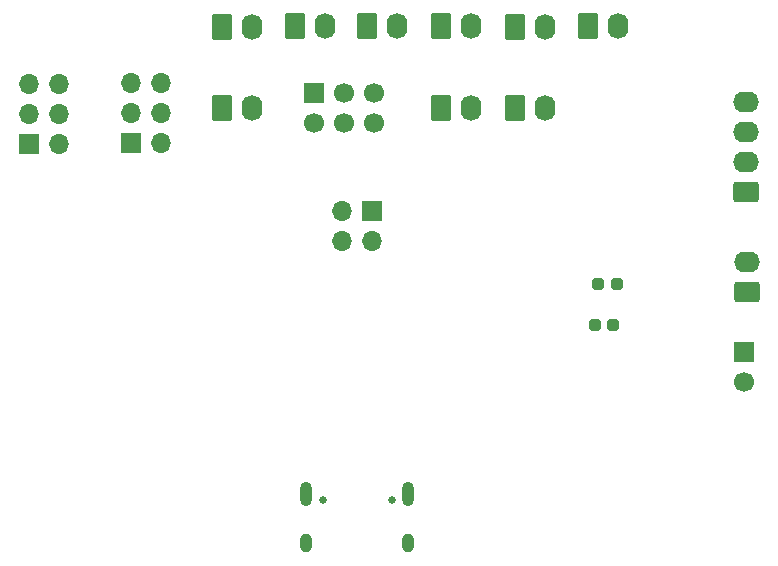
<source format=gbr>
%TF.GenerationSoftware,KiCad,Pcbnew,9.0.2-9.0.2-0~ubuntu24.04.1*%
%TF.CreationDate,2025-05-23T01:49:29+02:00*%
%TF.ProjectId,Pilot6Axis,50696c6f-7436-4417-9869-732e6b696361,rev?*%
%TF.SameCoordinates,Original*%
%TF.FileFunction,Soldermask,Bot*%
%TF.FilePolarity,Negative*%
%FSLAX46Y46*%
G04 Gerber Fmt 4.6, Leading zero omitted, Abs format (unit mm)*
G04 Created by KiCad (PCBNEW 9.0.2-9.0.2-0~ubuntu24.04.1) date 2025-05-23 01:49:29*
%MOMM*%
%LPD*%
G01*
G04 APERTURE LIST*
G04 Aperture macros list*
%AMRoundRect*
0 Rectangle with rounded corners*
0 $1 Rounding radius*
0 $2 $3 $4 $5 $6 $7 $8 $9 X,Y pos of 4 corners*
0 Add a 4 corners polygon primitive as box body*
4,1,4,$2,$3,$4,$5,$6,$7,$8,$9,$2,$3,0*
0 Add four circle primitives for the rounded corners*
1,1,$1+$1,$2,$3*
1,1,$1+$1,$4,$5*
1,1,$1+$1,$6,$7*
1,1,$1+$1,$8,$9*
0 Add four rect primitives between the rounded corners*
20,1,$1+$1,$2,$3,$4,$5,0*
20,1,$1+$1,$4,$5,$6,$7,0*
20,1,$1+$1,$6,$7,$8,$9,0*
20,1,$1+$1,$8,$9,$2,$3,0*%
G04 Aperture macros list end*
%ADD10R,1.700000X1.700000*%
%ADD11O,1.700000X1.700000*%
%ADD12C,0.650000*%
%ADD13O,1.000000X2.100000*%
%ADD14O,1.000000X1.600000*%
%ADD15RoundRect,0.250000X-0.620000X-0.845000X0.620000X-0.845000X0.620000X0.845000X-0.620000X0.845000X0*%
%ADD16O,1.740000X2.190000*%
%ADD17RoundRect,0.250000X0.845000X-0.620000X0.845000X0.620000X-0.845000X0.620000X-0.845000X-0.620000X0*%
%ADD18O,2.190000X1.740000*%
%ADD19C,1.700000*%
%ADD20RoundRect,0.244000X0.244000X0.269000X-0.244000X0.269000X-0.244000X-0.269000X0.244000X-0.269000X0*%
%ADD21RoundRect,0.244000X-0.244000X-0.269000X0.244000X-0.269000X0.244000X0.269000X-0.244000X0.269000X0*%
G04 APERTURE END LIST*
D10*
%TO.C,J3*%
X124160000Y-89880000D03*
D11*
X126700000Y-89880000D03*
X124160000Y-87340000D03*
X126700000Y-87340000D03*
X124160000Y-84800001D03*
X126700000Y-84800000D03*
%TD*%
D12*
%TO.C,J2*%
X149110000Y-119955000D03*
X154890000Y-119955000D03*
D13*
X147680000Y-119455000D03*
D14*
X147680000Y-123635000D03*
D13*
X156320000Y-119455000D03*
D14*
X156320000Y-123635000D03*
%TD*%
D15*
%TO.C,J7*%
X152851200Y-79880800D03*
D16*
X155391200Y-79880800D03*
%TD*%
D15*
%TO.C,J10*%
X159119999Y-86800002D03*
D16*
X161659999Y-86800002D03*
%TD*%
D17*
%TO.C,J15*%
X184931200Y-93920800D03*
D18*
X184931200Y-91380800D03*
X184931200Y-88840800D03*
X184931200Y-86300800D03*
%TD*%
D15*
%TO.C,J14*%
X140560000Y-79900000D03*
D16*
X143100000Y-79900000D03*
%TD*%
D15*
%TO.C,J6*%
X146701200Y-79890800D03*
D16*
X149241200Y-79890800D03*
%TD*%
D10*
%TO.C,J19*%
X132810000Y-89800000D03*
D11*
X135350000Y-89800000D03*
X132810000Y-87260000D03*
X135350000Y-87260000D03*
X132810000Y-84720001D03*
X135350000Y-84720000D03*
%TD*%
D15*
%TO.C,J12*%
X165329998Y-86800001D03*
D16*
X167869998Y-86800001D03*
%TD*%
D15*
%TO.C,J13*%
X171529999Y-79850800D03*
D16*
X174069999Y-79850800D03*
%TD*%
D10*
%TO.C,TH1*%
X184761200Y-107455800D03*
D19*
X184761200Y-109995800D03*
%TD*%
D10*
%TO.C,J5*%
X153200000Y-95560000D03*
D11*
X150660000Y-95560000D03*
X153200000Y-98100000D03*
X150660000Y-98100000D03*
%TD*%
D17*
%TO.C,J1*%
X184971200Y-102375800D03*
D18*
X184971200Y-99835800D03*
%TD*%
D10*
%TO.C,J16*%
X148361200Y-85510800D03*
D19*
X148361200Y-88050800D03*
X150901200Y-85510800D03*
X150901200Y-88050800D03*
X153441200Y-85510800D03*
X153441200Y-88050800D03*
%TD*%
D15*
%TO.C,J9*%
X159111200Y-79860800D03*
D16*
X161651200Y-79860800D03*
%TD*%
D15*
%TO.C,J11*%
X165329999Y-79900002D03*
D16*
X167869999Y-79900002D03*
%TD*%
D15*
%TO.C,J8*%
X140551200Y-86790800D03*
D16*
X143091200Y-86790800D03*
%TD*%
D20*
%TO.C,C36*%
X173941200Y-101730800D03*
X172381200Y-101730800D03*
%TD*%
D21*
%TO.C,C35*%
X172081200Y-105130800D03*
X173641200Y-105130800D03*
%TD*%
M02*

</source>
